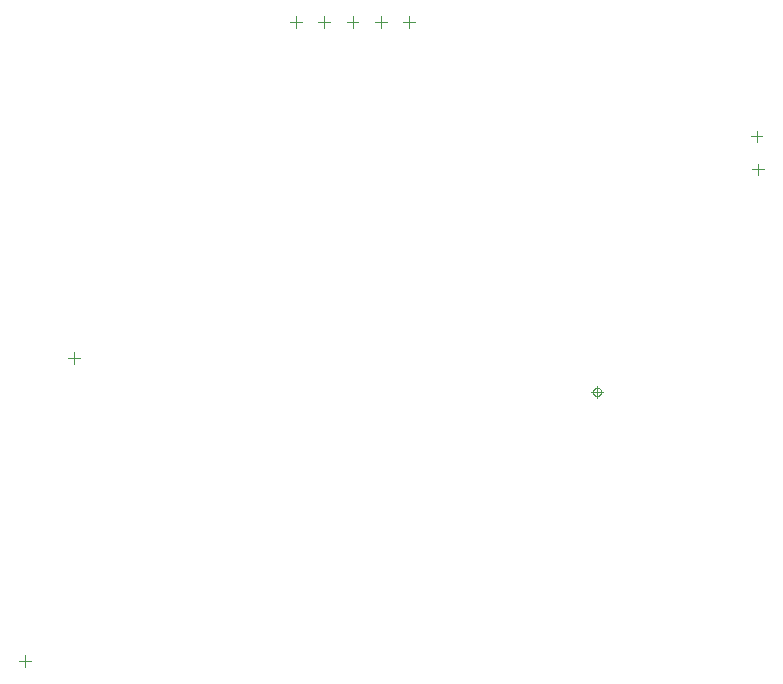
<source format=gbr>
%FSTAX23Y23*%
%MOIN*%
%SFA1B1*%

%IPPOS*%
%ADD147C,0.003937*%
%ADD249C,0.001969*%
%LNx98_carrier_v1r2_12082022_bottom_component_center-1*%
%LPD*%
G54D147*
X01219Y0269D02*
Y02729D01*
X01199Y0271D02*
X01239D01*
X00203Y0058D02*
X00242D01*
X00223Y0056D02*
Y00599D01*
X00386Y01572D02*
Y01611D01*
X00366Y01592D02*
X00405D01*
X01294Y0271D02*
X01333D01*
X01314Y0269D02*
Y02729D01*
X02645Y02219D02*
X02684D01*
X02665Y02199D02*
Y02238D01*
X02641Y02329D02*
X0268D01*
X02661Y02309D02*
Y02348D01*
X01483Y0271D02*
X01522D01*
X01503Y0269D02*
Y02729D01*
X01388Y0271D02*
X01428D01*
X01408Y0269D02*
Y02729D01*
X01105Y0271D02*
X01144D01*
X01125Y0269D02*
Y02729D01*
G54D249*
X02143Y01477D02*
D01*
X02143Y01478*
X02143Y01479*
X02143Y0148*
X02143Y01481*
X02142Y01482*
X02142Y01483*
X02141Y01484*
X02141Y01485*
X0214Y01486*
X0214Y01486*
X02139Y01487*
X02139Y01488*
X02138Y01488*
X02137Y01489*
X02136Y01489*
X02135Y0149*
X02134Y0149*
X02134Y01491*
X02133Y01491*
X02132Y01491*
X02131Y01491*
X0213Y01491*
X02129*
X02128Y01491*
X02127Y01491*
X02126Y01491*
X02125Y01491*
X02124Y0149*
X02123Y0149*
X02122Y01489*
X02122Y01489*
X02121Y01488*
X0212Y01488*
X02119Y01487*
X02119Y01486*
X02118Y01486*
X02118Y01485*
X02117Y01484*
X02117Y01483*
X02116Y01482*
X02116Y01481*
X02116Y0148*
X02116Y01479*
X02116Y01478*
X02116Y01477*
X02116Y01476*
X02116Y01476*
X02116Y01475*
X02116Y01474*
X02116Y01473*
X02117Y01472*
X02117Y01471*
X02118Y0147*
X02118Y01469*
X02119Y01469*
X02119Y01468*
X0212Y01467*
X02121Y01467*
X02122Y01466*
X02122Y01465*
X02123Y01465*
X02124Y01465*
X02125Y01464*
X02126Y01464*
X02127Y01464*
X02128Y01464*
X02129Y01464*
X0213*
X02131Y01464*
X02132Y01464*
X02133Y01464*
X02134Y01464*
X02134Y01465*
X02135Y01465*
X02136Y01465*
X02137Y01466*
X02138Y01467*
X02139Y01467*
X02139Y01468*
X0214Y01469*
X0214Y01469*
X02141Y0147*
X02141Y01471*
X02142Y01472*
X02142Y01473*
X02143Y01474*
X02143Y01475*
X02143Y01476*
X02143Y01476*
X02143Y01477*
X02129Y01458D02*
Y01497D01*
X0211Y01477D02*
X02149D01*
M02*
</source>
